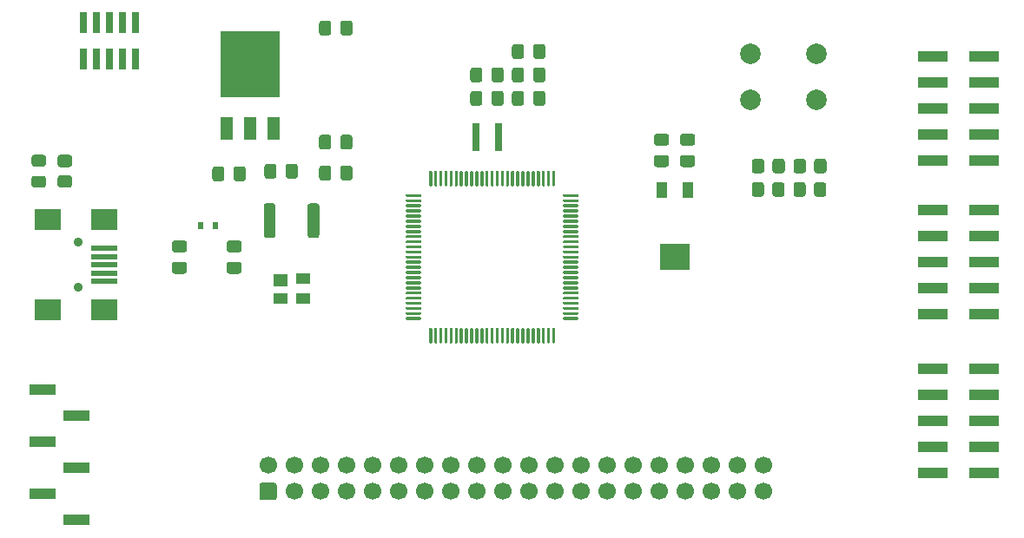
<source format=gts>
%TF.GenerationSoftware,KiCad,Pcbnew,5.1.8*%
%TF.CreationDate,2020-11-25T01:05:46-06:00*%
%TF.ProjectId,e54-GFX-Development-Board,6535342d-4746-4582-9d44-6576656c6f70,rev?*%
%TF.SameCoordinates,Original*%
%TF.FileFunction,Soldermask,Top*%
%TF.FilePolarity,Negative*%
%FSLAX46Y46*%
G04 Gerber Fmt 4.6, Leading zero omitted, Abs format (unit mm)*
G04 Created by KiCad (PCBNEW 5.1.8) date 2020-11-25 01:05:46*
%MOMM*%
%LPD*%
G01*
G04 APERTURE LIST*
%ADD10R,2.510000X1.000000*%
%ADD11R,3.000000X1.000000*%
%ADD12R,3.000000X2.500000*%
%ADD13R,1.000000X1.600000*%
%ADD14R,5.800000X6.400000*%
%ADD15R,1.200000X2.200000*%
%ADD16C,2.000000*%
%ADD17R,0.800000X2.700000*%
%ADD18C,1.700000*%
%ADD19R,0.760000X2.050000*%
%ADD20C,0.900000*%
%ADD21R,2.500000X0.500000*%
%ADD22R,2.500000X2.000000*%
%ADD23R,0.600000X0.800000*%
%ADD24R,1.400000X1.000000*%
%ADD25R,1.400000X1.200000*%
G04 APERTURE END LIST*
D10*
%TO.C,J2*%
X97405000Y-108458000D03*
X97405000Y-113538000D03*
X97405000Y-118618000D03*
X100715000Y-110998000D03*
X100715000Y-116078000D03*
X100715000Y-121158000D03*
%TD*%
D11*
%TO.C,J8*%
X184170000Y-86106000D03*
X189210000Y-86106000D03*
X184170000Y-83566000D03*
X189210000Y-83566000D03*
X184170000Y-81026000D03*
X189210000Y-81026000D03*
X184170000Y-78486000D03*
X189210000Y-78486000D03*
X184170000Y-75946000D03*
X189210000Y-75946000D03*
%TD*%
%TO.C,J7*%
X184170000Y-101092000D03*
X189210000Y-101092000D03*
X184170000Y-98552000D03*
X189210000Y-98552000D03*
X184170000Y-96012000D03*
X189210000Y-96012000D03*
X184170000Y-93472000D03*
X189210000Y-93472000D03*
X184170000Y-90932000D03*
X189210000Y-90932000D03*
%TD*%
%TO.C,J6*%
X184170000Y-116586000D03*
X189210000Y-116586000D03*
X184170000Y-114046000D03*
X189210000Y-114046000D03*
X184170000Y-111506000D03*
X189210000Y-111506000D03*
X184170000Y-108966000D03*
X189210000Y-108966000D03*
X184170000Y-106426000D03*
X189210000Y-106426000D03*
%TD*%
D12*
%TO.C,Y2*%
X159004000Y-95506000D03*
D13*
X160274000Y-88956000D03*
X157734000Y-88956000D03*
%TD*%
%TO.C,U2*%
G36*
G01*
X135074000Y-88504000D02*
X135074000Y-87179000D01*
G75*
G02*
X135149000Y-87104000I75000J0D01*
G01*
X135299000Y-87104000D01*
G75*
G02*
X135374000Y-87179000I0J-75000D01*
G01*
X135374000Y-88504000D01*
G75*
G02*
X135299000Y-88579000I-75000J0D01*
G01*
X135149000Y-88579000D01*
G75*
G02*
X135074000Y-88504000I0J75000D01*
G01*
G37*
G36*
G01*
X135574000Y-88504000D02*
X135574000Y-87179000D01*
G75*
G02*
X135649000Y-87104000I75000J0D01*
G01*
X135799000Y-87104000D01*
G75*
G02*
X135874000Y-87179000I0J-75000D01*
G01*
X135874000Y-88504000D01*
G75*
G02*
X135799000Y-88579000I-75000J0D01*
G01*
X135649000Y-88579000D01*
G75*
G02*
X135574000Y-88504000I0J75000D01*
G01*
G37*
G36*
G01*
X136074000Y-88504000D02*
X136074000Y-87179000D01*
G75*
G02*
X136149000Y-87104000I75000J0D01*
G01*
X136299000Y-87104000D01*
G75*
G02*
X136374000Y-87179000I0J-75000D01*
G01*
X136374000Y-88504000D01*
G75*
G02*
X136299000Y-88579000I-75000J0D01*
G01*
X136149000Y-88579000D01*
G75*
G02*
X136074000Y-88504000I0J75000D01*
G01*
G37*
G36*
G01*
X136574000Y-88504000D02*
X136574000Y-87179000D01*
G75*
G02*
X136649000Y-87104000I75000J0D01*
G01*
X136799000Y-87104000D01*
G75*
G02*
X136874000Y-87179000I0J-75000D01*
G01*
X136874000Y-88504000D01*
G75*
G02*
X136799000Y-88579000I-75000J0D01*
G01*
X136649000Y-88579000D01*
G75*
G02*
X136574000Y-88504000I0J75000D01*
G01*
G37*
G36*
G01*
X137074000Y-88504000D02*
X137074000Y-87179000D01*
G75*
G02*
X137149000Y-87104000I75000J0D01*
G01*
X137299000Y-87104000D01*
G75*
G02*
X137374000Y-87179000I0J-75000D01*
G01*
X137374000Y-88504000D01*
G75*
G02*
X137299000Y-88579000I-75000J0D01*
G01*
X137149000Y-88579000D01*
G75*
G02*
X137074000Y-88504000I0J75000D01*
G01*
G37*
G36*
G01*
X137574000Y-88504000D02*
X137574000Y-87179000D01*
G75*
G02*
X137649000Y-87104000I75000J0D01*
G01*
X137799000Y-87104000D01*
G75*
G02*
X137874000Y-87179000I0J-75000D01*
G01*
X137874000Y-88504000D01*
G75*
G02*
X137799000Y-88579000I-75000J0D01*
G01*
X137649000Y-88579000D01*
G75*
G02*
X137574000Y-88504000I0J75000D01*
G01*
G37*
G36*
G01*
X138074000Y-88504000D02*
X138074000Y-87179000D01*
G75*
G02*
X138149000Y-87104000I75000J0D01*
G01*
X138299000Y-87104000D01*
G75*
G02*
X138374000Y-87179000I0J-75000D01*
G01*
X138374000Y-88504000D01*
G75*
G02*
X138299000Y-88579000I-75000J0D01*
G01*
X138149000Y-88579000D01*
G75*
G02*
X138074000Y-88504000I0J75000D01*
G01*
G37*
G36*
G01*
X138574000Y-88504000D02*
X138574000Y-87179000D01*
G75*
G02*
X138649000Y-87104000I75000J0D01*
G01*
X138799000Y-87104000D01*
G75*
G02*
X138874000Y-87179000I0J-75000D01*
G01*
X138874000Y-88504000D01*
G75*
G02*
X138799000Y-88579000I-75000J0D01*
G01*
X138649000Y-88579000D01*
G75*
G02*
X138574000Y-88504000I0J75000D01*
G01*
G37*
G36*
G01*
X139074000Y-88504000D02*
X139074000Y-87179000D01*
G75*
G02*
X139149000Y-87104000I75000J0D01*
G01*
X139299000Y-87104000D01*
G75*
G02*
X139374000Y-87179000I0J-75000D01*
G01*
X139374000Y-88504000D01*
G75*
G02*
X139299000Y-88579000I-75000J0D01*
G01*
X139149000Y-88579000D01*
G75*
G02*
X139074000Y-88504000I0J75000D01*
G01*
G37*
G36*
G01*
X139574000Y-88504000D02*
X139574000Y-87179000D01*
G75*
G02*
X139649000Y-87104000I75000J0D01*
G01*
X139799000Y-87104000D01*
G75*
G02*
X139874000Y-87179000I0J-75000D01*
G01*
X139874000Y-88504000D01*
G75*
G02*
X139799000Y-88579000I-75000J0D01*
G01*
X139649000Y-88579000D01*
G75*
G02*
X139574000Y-88504000I0J75000D01*
G01*
G37*
G36*
G01*
X140074000Y-88504000D02*
X140074000Y-87179000D01*
G75*
G02*
X140149000Y-87104000I75000J0D01*
G01*
X140299000Y-87104000D01*
G75*
G02*
X140374000Y-87179000I0J-75000D01*
G01*
X140374000Y-88504000D01*
G75*
G02*
X140299000Y-88579000I-75000J0D01*
G01*
X140149000Y-88579000D01*
G75*
G02*
X140074000Y-88504000I0J75000D01*
G01*
G37*
G36*
G01*
X140574000Y-88504000D02*
X140574000Y-87179000D01*
G75*
G02*
X140649000Y-87104000I75000J0D01*
G01*
X140799000Y-87104000D01*
G75*
G02*
X140874000Y-87179000I0J-75000D01*
G01*
X140874000Y-88504000D01*
G75*
G02*
X140799000Y-88579000I-75000J0D01*
G01*
X140649000Y-88579000D01*
G75*
G02*
X140574000Y-88504000I0J75000D01*
G01*
G37*
G36*
G01*
X141074000Y-88504000D02*
X141074000Y-87179000D01*
G75*
G02*
X141149000Y-87104000I75000J0D01*
G01*
X141299000Y-87104000D01*
G75*
G02*
X141374000Y-87179000I0J-75000D01*
G01*
X141374000Y-88504000D01*
G75*
G02*
X141299000Y-88579000I-75000J0D01*
G01*
X141149000Y-88579000D01*
G75*
G02*
X141074000Y-88504000I0J75000D01*
G01*
G37*
G36*
G01*
X141574000Y-88504000D02*
X141574000Y-87179000D01*
G75*
G02*
X141649000Y-87104000I75000J0D01*
G01*
X141799000Y-87104000D01*
G75*
G02*
X141874000Y-87179000I0J-75000D01*
G01*
X141874000Y-88504000D01*
G75*
G02*
X141799000Y-88579000I-75000J0D01*
G01*
X141649000Y-88579000D01*
G75*
G02*
X141574000Y-88504000I0J75000D01*
G01*
G37*
G36*
G01*
X142074000Y-88504000D02*
X142074000Y-87179000D01*
G75*
G02*
X142149000Y-87104000I75000J0D01*
G01*
X142299000Y-87104000D01*
G75*
G02*
X142374000Y-87179000I0J-75000D01*
G01*
X142374000Y-88504000D01*
G75*
G02*
X142299000Y-88579000I-75000J0D01*
G01*
X142149000Y-88579000D01*
G75*
G02*
X142074000Y-88504000I0J75000D01*
G01*
G37*
G36*
G01*
X142574000Y-88504000D02*
X142574000Y-87179000D01*
G75*
G02*
X142649000Y-87104000I75000J0D01*
G01*
X142799000Y-87104000D01*
G75*
G02*
X142874000Y-87179000I0J-75000D01*
G01*
X142874000Y-88504000D01*
G75*
G02*
X142799000Y-88579000I-75000J0D01*
G01*
X142649000Y-88579000D01*
G75*
G02*
X142574000Y-88504000I0J75000D01*
G01*
G37*
G36*
G01*
X143074000Y-88504000D02*
X143074000Y-87179000D01*
G75*
G02*
X143149000Y-87104000I75000J0D01*
G01*
X143299000Y-87104000D01*
G75*
G02*
X143374000Y-87179000I0J-75000D01*
G01*
X143374000Y-88504000D01*
G75*
G02*
X143299000Y-88579000I-75000J0D01*
G01*
X143149000Y-88579000D01*
G75*
G02*
X143074000Y-88504000I0J75000D01*
G01*
G37*
G36*
G01*
X143574000Y-88504000D02*
X143574000Y-87179000D01*
G75*
G02*
X143649000Y-87104000I75000J0D01*
G01*
X143799000Y-87104000D01*
G75*
G02*
X143874000Y-87179000I0J-75000D01*
G01*
X143874000Y-88504000D01*
G75*
G02*
X143799000Y-88579000I-75000J0D01*
G01*
X143649000Y-88579000D01*
G75*
G02*
X143574000Y-88504000I0J75000D01*
G01*
G37*
G36*
G01*
X144074000Y-88504000D02*
X144074000Y-87179000D01*
G75*
G02*
X144149000Y-87104000I75000J0D01*
G01*
X144299000Y-87104000D01*
G75*
G02*
X144374000Y-87179000I0J-75000D01*
G01*
X144374000Y-88504000D01*
G75*
G02*
X144299000Y-88579000I-75000J0D01*
G01*
X144149000Y-88579000D01*
G75*
G02*
X144074000Y-88504000I0J75000D01*
G01*
G37*
G36*
G01*
X144574000Y-88504000D02*
X144574000Y-87179000D01*
G75*
G02*
X144649000Y-87104000I75000J0D01*
G01*
X144799000Y-87104000D01*
G75*
G02*
X144874000Y-87179000I0J-75000D01*
G01*
X144874000Y-88504000D01*
G75*
G02*
X144799000Y-88579000I-75000J0D01*
G01*
X144649000Y-88579000D01*
G75*
G02*
X144574000Y-88504000I0J75000D01*
G01*
G37*
G36*
G01*
X145074000Y-88504000D02*
X145074000Y-87179000D01*
G75*
G02*
X145149000Y-87104000I75000J0D01*
G01*
X145299000Y-87104000D01*
G75*
G02*
X145374000Y-87179000I0J-75000D01*
G01*
X145374000Y-88504000D01*
G75*
G02*
X145299000Y-88579000I-75000J0D01*
G01*
X145149000Y-88579000D01*
G75*
G02*
X145074000Y-88504000I0J75000D01*
G01*
G37*
G36*
G01*
X145574000Y-88504000D02*
X145574000Y-87179000D01*
G75*
G02*
X145649000Y-87104000I75000J0D01*
G01*
X145799000Y-87104000D01*
G75*
G02*
X145874000Y-87179000I0J-75000D01*
G01*
X145874000Y-88504000D01*
G75*
G02*
X145799000Y-88579000I-75000J0D01*
G01*
X145649000Y-88579000D01*
G75*
G02*
X145574000Y-88504000I0J75000D01*
G01*
G37*
G36*
G01*
X146074000Y-88504000D02*
X146074000Y-87179000D01*
G75*
G02*
X146149000Y-87104000I75000J0D01*
G01*
X146299000Y-87104000D01*
G75*
G02*
X146374000Y-87179000I0J-75000D01*
G01*
X146374000Y-88504000D01*
G75*
G02*
X146299000Y-88579000I-75000J0D01*
G01*
X146149000Y-88579000D01*
G75*
G02*
X146074000Y-88504000I0J75000D01*
G01*
G37*
G36*
G01*
X146574000Y-88504000D02*
X146574000Y-87179000D01*
G75*
G02*
X146649000Y-87104000I75000J0D01*
G01*
X146799000Y-87104000D01*
G75*
G02*
X146874000Y-87179000I0J-75000D01*
G01*
X146874000Y-88504000D01*
G75*
G02*
X146799000Y-88579000I-75000J0D01*
G01*
X146649000Y-88579000D01*
G75*
G02*
X146574000Y-88504000I0J75000D01*
G01*
G37*
G36*
G01*
X147074000Y-88504000D02*
X147074000Y-87179000D01*
G75*
G02*
X147149000Y-87104000I75000J0D01*
G01*
X147299000Y-87104000D01*
G75*
G02*
X147374000Y-87179000I0J-75000D01*
G01*
X147374000Y-88504000D01*
G75*
G02*
X147299000Y-88579000I-75000J0D01*
G01*
X147149000Y-88579000D01*
G75*
G02*
X147074000Y-88504000I0J75000D01*
G01*
G37*
G36*
G01*
X148149000Y-89579000D02*
X148149000Y-89429000D01*
G75*
G02*
X148224000Y-89354000I75000J0D01*
G01*
X149549000Y-89354000D01*
G75*
G02*
X149624000Y-89429000I0J-75000D01*
G01*
X149624000Y-89579000D01*
G75*
G02*
X149549000Y-89654000I-75000J0D01*
G01*
X148224000Y-89654000D01*
G75*
G02*
X148149000Y-89579000I0J75000D01*
G01*
G37*
G36*
G01*
X148149000Y-90079000D02*
X148149000Y-89929000D01*
G75*
G02*
X148224000Y-89854000I75000J0D01*
G01*
X149549000Y-89854000D01*
G75*
G02*
X149624000Y-89929000I0J-75000D01*
G01*
X149624000Y-90079000D01*
G75*
G02*
X149549000Y-90154000I-75000J0D01*
G01*
X148224000Y-90154000D01*
G75*
G02*
X148149000Y-90079000I0J75000D01*
G01*
G37*
G36*
G01*
X148149000Y-90579000D02*
X148149000Y-90429000D01*
G75*
G02*
X148224000Y-90354000I75000J0D01*
G01*
X149549000Y-90354000D01*
G75*
G02*
X149624000Y-90429000I0J-75000D01*
G01*
X149624000Y-90579000D01*
G75*
G02*
X149549000Y-90654000I-75000J0D01*
G01*
X148224000Y-90654000D01*
G75*
G02*
X148149000Y-90579000I0J75000D01*
G01*
G37*
G36*
G01*
X148149000Y-91079000D02*
X148149000Y-90929000D01*
G75*
G02*
X148224000Y-90854000I75000J0D01*
G01*
X149549000Y-90854000D01*
G75*
G02*
X149624000Y-90929000I0J-75000D01*
G01*
X149624000Y-91079000D01*
G75*
G02*
X149549000Y-91154000I-75000J0D01*
G01*
X148224000Y-91154000D01*
G75*
G02*
X148149000Y-91079000I0J75000D01*
G01*
G37*
G36*
G01*
X148149000Y-91579000D02*
X148149000Y-91429000D01*
G75*
G02*
X148224000Y-91354000I75000J0D01*
G01*
X149549000Y-91354000D01*
G75*
G02*
X149624000Y-91429000I0J-75000D01*
G01*
X149624000Y-91579000D01*
G75*
G02*
X149549000Y-91654000I-75000J0D01*
G01*
X148224000Y-91654000D01*
G75*
G02*
X148149000Y-91579000I0J75000D01*
G01*
G37*
G36*
G01*
X148149000Y-92079000D02*
X148149000Y-91929000D01*
G75*
G02*
X148224000Y-91854000I75000J0D01*
G01*
X149549000Y-91854000D01*
G75*
G02*
X149624000Y-91929000I0J-75000D01*
G01*
X149624000Y-92079000D01*
G75*
G02*
X149549000Y-92154000I-75000J0D01*
G01*
X148224000Y-92154000D01*
G75*
G02*
X148149000Y-92079000I0J75000D01*
G01*
G37*
G36*
G01*
X148149000Y-92579000D02*
X148149000Y-92429000D01*
G75*
G02*
X148224000Y-92354000I75000J0D01*
G01*
X149549000Y-92354000D01*
G75*
G02*
X149624000Y-92429000I0J-75000D01*
G01*
X149624000Y-92579000D01*
G75*
G02*
X149549000Y-92654000I-75000J0D01*
G01*
X148224000Y-92654000D01*
G75*
G02*
X148149000Y-92579000I0J75000D01*
G01*
G37*
G36*
G01*
X148149000Y-93079000D02*
X148149000Y-92929000D01*
G75*
G02*
X148224000Y-92854000I75000J0D01*
G01*
X149549000Y-92854000D01*
G75*
G02*
X149624000Y-92929000I0J-75000D01*
G01*
X149624000Y-93079000D01*
G75*
G02*
X149549000Y-93154000I-75000J0D01*
G01*
X148224000Y-93154000D01*
G75*
G02*
X148149000Y-93079000I0J75000D01*
G01*
G37*
G36*
G01*
X148149000Y-93579000D02*
X148149000Y-93429000D01*
G75*
G02*
X148224000Y-93354000I75000J0D01*
G01*
X149549000Y-93354000D01*
G75*
G02*
X149624000Y-93429000I0J-75000D01*
G01*
X149624000Y-93579000D01*
G75*
G02*
X149549000Y-93654000I-75000J0D01*
G01*
X148224000Y-93654000D01*
G75*
G02*
X148149000Y-93579000I0J75000D01*
G01*
G37*
G36*
G01*
X148149000Y-94079000D02*
X148149000Y-93929000D01*
G75*
G02*
X148224000Y-93854000I75000J0D01*
G01*
X149549000Y-93854000D01*
G75*
G02*
X149624000Y-93929000I0J-75000D01*
G01*
X149624000Y-94079000D01*
G75*
G02*
X149549000Y-94154000I-75000J0D01*
G01*
X148224000Y-94154000D01*
G75*
G02*
X148149000Y-94079000I0J75000D01*
G01*
G37*
G36*
G01*
X148149000Y-94579000D02*
X148149000Y-94429000D01*
G75*
G02*
X148224000Y-94354000I75000J0D01*
G01*
X149549000Y-94354000D01*
G75*
G02*
X149624000Y-94429000I0J-75000D01*
G01*
X149624000Y-94579000D01*
G75*
G02*
X149549000Y-94654000I-75000J0D01*
G01*
X148224000Y-94654000D01*
G75*
G02*
X148149000Y-94579000I0J75000D01*
G01*
G37*
G36*
G01*
X148149000Y-95079000D02*
X148149000Y-94929000D01*
G75*
G02*
X148224000Y-94854000I75000J0D01*
G01*
X149549000Y-94854000D01*
G75*
G02*
X149624000Y-94929000I0J-75000D01*
G01*
X149624000Y-95079000D01*
G75*
G02*
X149549000Y-95154000I-75000J0D01*
G01*
X148224000Y-95154000D01*
G75*
G02*
X148149000Y-95079000I0J75000D01*
G01*
G37*
G36*
G01*
X148149000Y-95579000D02*
X148149000Y-95429000D01*
G75*
G02*
X148224000Y-95354000I75000J0D01*
G01*
X149549000Y-95354000D01*
G75*
G02*
X149624000Y-95429000I0J-75000D01*
G01*
X149624000Y-95579000D01*
G75*
G02*
X149549000Y-95654000I-75000J0D01*
G01*
X148224000Y-95654000D01*
G75*
G02*
X148149000Y-95579000I0J75000D01*
G01*
G37*
G36*
G01*
X148149000Y-96079000D02*
X148149000Y-95929000D01*
G75*
G02*
X148224000Y-95854000I75000J0D01*
G01*
X149549000Y-95854000D01*
G75*
G02*
X149624000Y-95929000I0J-75000D01*
G01*
X149624000Y-96079000D01*
G75*
G02*
X149549000Y-96154000I-75000J0D01*
G01*
X148224000Y-96154000D01*
G75*
G02*
X148149000Y-96079000I0J75000D01*
G01*
G37*
G36*
G01*
X148149000Y-96579000D02*
X148149000Y-96429000D01*
G75*
G02*
X148224000Y-96354000I75000J0D01*
G01*
X149549000Y-96354000D01*
G75*
G02*
X149624000Y-96429000I0J-75000D01*
G01*
X149624000Y-96579000D01*
G75*
G02*
X149549000Y-96654000I-75000J0D01*
G01*
X148224000Y-96654000D01*
G75*
G02*
X148149000Y-96579000I0J75000D01*
G01*
G37*
G36*
G01*
X148149000Y-97079000D02*
X148149000Y-96929000D01*
G75*
G02*
X148224000Y-96854000I75000J0D01*
G01*
X149549000Y-96854000D01*
G75*
G02*
X149624000Y-96929000I0J-75000D01*
G01*
X149624000Y-97079000D01*
G75*
G02*
X149549000Y-97154000I-75000J0D01*
G01*
X148224000Y-97154000D01*
G75*
G02*
X148149000Y-97079000I0J75000D01*
G01*
G37*
G36*
G01*
X148149000Y-97579000D02*
X148149000Y-97429000D01*
G75*
G02*
X148224000Y-97354000I75000J0D01*
G01*
X149549000Y-97354000D01*
G75*
G02*
X149624000Y-97429000I0J-75000D01*
G01*
X149624000Y-97579000D01*
G75*
G02*
X149549000Y-97654000I-75000J0D01*
G01*
X148224000Y-97654000D01*
G75*
G02*
X148149000Y-97579000I0J75000D01*
G01*
G37*
G36*
G01*
X148149000Y-98079000D02*
X148149000Y-97929000D01*
G75*
G02*
X148224000Y-97854000I75000J0D01*
G01*
X149549000Y-97854000D01*
G75*
G02*
X149624000Y-97929000I0J-75000D01*
G01*
X149624000Y-98079000D01*
G75*
G02*
X149549000Y-98154000I-75000J0D01*
G01*
X148224000Y-98154000D01*
G75*
G02*
X148149000Y-98079000I0J75000D01*
G01*
G37*
G36*
G01*
X148149000Y-98579000D02*
X148149000Y-98429000D01*
G75*
G02*
X148224000Y-98354000I75000J0D01*
G01*
X149549000Y-98354000D01*
G75*
G02*
X149624000Y-98429000I0J-75000D01*
G01*
X149624000Y-98579000D01*
G75*
G02*
X149549000Y-98654000I-75000J0D01*
G01*
X148224000Y-98654000D01*
G75*
G02*
X148149000Y-98579000I0J75000D01*
G01*
G37*
G36*
G01*
X148149000Y-99079000D02*
X148149000Y-98929000D01*
G75*
G02*
X148224000Y-98854000I75000J0D01*
G01*
X149549000Y-98854000D01*
G75*
G02*
X149624000Y-98929000I0J-75000D01*
G01*
X149624000Y-99079000D01*
G75*
G02*
X149549000Y-99154000I-75000J0D01*
G01*
X148224000Y-99154000D01*
G75*
G02*
X148149000Y-99079000I0J75000D01*
G01*
G37*
G36*
G01*
X148149000Y-99579000D02*
X148149000Y-99429000D01*
G75*
G02*
X148224000Y-99354000I75000J0D01*
G01*
X149549000Y-99354000D01*
G75*
G02*
X149624000Y-99429000I0J-75000D01*
G01*
X149624000Y-99579000D01*
G75*
G02*
X149549000Y-99654000I-75000J0D01*
G01*
X148224000Y-99654000D01*
G75*
G02*
X148149000Y-99579000I0J75000D01*
G01*
G37*
G36*
G01*
X148149000Y-100079000D02*
X148149000Y-99929000D01*
G75*
G02*
X148224000Y-99854000I75000J0D01*
G01*
X149549000Y-99854000D01*
G75*
G02*
X149624000Y-99929000I0J-75000D01*
G01*
X149624000Y-100079000D01*
G75*
G02*
X149549000Y-100154000I-75000J0D01*
G01*
X148224000Y-100154000D01*
G75*
G02*
X148149000Y-100079000I0J75000D01*
G01*
G37*
G36*
G01*
X148149000Y-100579000D02*
X148149000Y-100429000D01*
G75*
G02*
X148224000Y-100354000I75000J0D01*
G01*
X149549000Y-100354000D01*
G75*
G02*
X149624000Y-100429000I0J-75000D01*
G01*
X149624000Y-100579000D01*
G75*
G02*
X149549000Y-100654000I-75000J0D01*
G01*
X148224000Y-100654000D01*
G75*
G02*
X148149000Y-100579000I0J75000D01*
G01*
G37*
G36*
G01*
X148149000Y-101079000D02*
X148149000Y-100929000D01*
G75*
G02*
X148224000Y-100854000I75000J0D01*
G01*
X149549000Y-100854000D01*
G75*
G02*
X149624000Y-100929000I0J-75000D01*
G01*
X149624000Y-101079000D01*
G75*
G02*
X149549000Y-101154000I-75000J0D01*
G01*
X148224000Y-101154000D01*
G75*
G02*
X148149000Y-101079000I0J75000D01*
G01*
G37*
G36*
G01*
X148149000Y-101579000D02*
X148149000Y-101429000D01*
G75*
G02*
X148224000Y-101354000I75000J0D01*
G01*
X149549000Y-101354000D01*
G75*
G02*
X149624000Y-101429000I0J-75000D01*
G01*
X149624000Y-101579000D01*
G75*
G02*
X149549000Y-101654000I-75000J0D01*
G01*
X148224000Y-101654000D01*
G75*
G02*
X148149000Y-101579000I0J75000D01*
G01*
G37*
G36*
G01*
X147074000Y-103829000D02*
X147074000Y-102504000D01*
G75*
G02*
X147149000Y-102429000I75000J0D01*
G01*
X147299000Y-102429000D01*
G75*
G02*
X147374000Y-102504000I0J-75000D01*
G01*
X147374000Y-103829000D01*
G75*
G02*
X147299000Y-103904000I-75000J0D01*
G01*
X147149000Y-103904000D01*
G75*
G02*
X147074000Y-103829000I0J75000D01*
G01*
G37*
G36*
G01*
X146574000Y-103829000D02*
X146574000Y-102504000D01*
G75*
G02*
X146649000Y-102429000I75000J0D01*
G01*
X146799000Y-102429000D01*
G75*
G02*
X146874000Y-102504000I0J-75000D01*
G01*
X146874000Y-103829000D01*
G75*
G02*
X146799000Y-103904000I-75000J0D01*
G01*
X146649000Y-103904000D01*
G75*
G02*
X146574000Y-103829000I0J75000D01*
G01*
G37*
G36*
G01*
X146074000Y-103829000D02*
X146074000Y-102504000D01*
G75*
G02*
X146149000Y-102429000I75000J0D01*
G01*
X146299000Y-102429000D01*
G75*
G02*
X146374000Y-102504000I0J-75000D01*
G01*
X146374000Y-103829000D01*
G75*
G02*
X146299000Y-103904000I-75000J0D01*
G01*
X146149000Y-103904000D01*
G75*
G02*
X146074000Y-103829000I0J75000D01*
G01*
G37*
G36*
G01*
X145574000Y-103829000D02*
X145574000Y-102504000D01*
G75*
G02*
X145649000Y-102429000I75000J0D01*
G01*
X145799000Y-102429000D01*
G75*
G02*
X145874000Y-102504000I0J-75000D01*
G01*
X145874000Y-103829000D01*
G75*
G02*
X145799000Y-103904000I-75000J0D01*
G01*
X145649000Y-103904000D01*
G75*
G02*
X145574000Y-103829000I0J75000D01*
G01*
G37*
G36*
G01*
X145074000Y-103829000D02*
X145074000Y-102504000D01*
G75*
G02*
X145149000Y-102429000I75000J0D01*
G01*
X145299000Y-102429000D01*
G75*
G02*
X145374000Y-102504000I0J-75000D01*
G01*
X145374000Y-103829000D01*
G75*
G02*
X145299000Y-103904000I-75000J0D01*
G01*
X145149000Y-103904000D01*
G75*
G02*
X145074000Y-103829000I0J75000D01*
G01*
G37*
G36*
G01*
X144574000Y-103829000D02*
X144574000Y-102504000D01*
G75*
G02*
X144649000Y-102429000I75000J0D01*
G01*
X144799000Y-102429000D01*
G75*
G02*
X144874000Y-102504000I0J-75000D01*
G01*
X144874000Y-103829000D01*
G75*
G02*
X144799000Y-103904000I-75000J0D01*
G01*
X144649000Y-103904000D01*
G75*
G02*
X144574000Y-103829000I0J75000D01*
G01*
G37*
G36*
G01*
X144074000Y-103829000D02*
X144074000Y-102504000D01*
G75*
G02*
X144149000Y-102429000I75000J0D01*
G01*
X144299000Y-102429000D01*
G75*
G02*
X144374000Y-102504000I0J-75000D01*
G01*
X144374000Y-103829000D01*
G75*
G02*
X144299000Y-103904000I-75000J0D01*
G01*
X144149000Y-103904000D01*
G75*
G02*
X144074000Y-103829000I0J75000D01*
G01*
G37*
G36*
G01*
X143574000Y-103829000D02*
X143574000Y-102504000D01*
G75*
G02*
X143649000Y-102429000I75000J0D01*
G01*
X143799000Y-102429000D01*
G75*
G02*
X143874000Y-102504000I0J-75000D01*
G01*
X143874000Y-103829000D01*
G75*
G02*
X143799000Y-103904000I-75000J0D01*
G01*
X143649000Y-103904000D01*
G75*
G02*
X143574000Y-103829000I0J75000D01*
G01*
G37*
G36*
G01*
X143074000Y-103829000D02*
X143074000Y-102504000D01*
G75*
G02*
X143149000Y-102429000I75000J0D01*
G01*
X143299000Y-102429000D01*
G75*
G02*
X143374000Y-102504000I0J-75000D01*
G01*
X143374000Y-103829000D01*
G75*
G02*
X143299000Y-103904000I-75000J0D01*
G01*
X143149000Y-103904000D01*
G75*
G02*
X143074000Y-103829000I0J75000D01*
G01*
G37*
G36*
G01*
X142574000Y-103829000D02*
X142574000Y-102504000D01*
G75*
G02*
X142649000Y-102429000I75000J0D01*
G01*
X142799000Y-102429000D01*
G75*
G02*
X142874000Y-102504000I0J-75000D01*
G01*
X142874000Y-103829000D01*
G75*
G02*
X142799000Y-103904000I-75000J0D01*
G01*
X142649000Y-103904000D01*
G75*
G02*
X142574000Y-103829000I0J75000D01*
G01*
G37*
G36*
G01*
X142074000Y-103829000D02*
X142074000Y-102504000D01*
G75*
G02*
X142149000Y-102429000I75000J0D01*
G01*
X142299000Y-102429000D01*
G75*
G02*
X142374000Y-102504000I0J-75000D01*
G01*
X142374000Y-103829000D01*
G75*
G02*
X142299000Y-103904000I-75000J0D01*
G01*
X142149000Y-103904000D01*
G75*
G02*
X142074000Y-103829000I0J75000D01*
G01*
G37*
G36*
G01*
X141574000Y-103829000D02*
X141574000Y-102504000D01*
G75*
G02*
X141649000Y-102429000I75000J0D01*
G01*
X141799000Y-102429000D01*
G75*
G02*
X141874000Y-102504000I0J-75000D01*
G01*
X141874000Y-103829000D01*
G75*
G02*
X141799000Y-103904000I-75000J0D01*
G01*
X141649000Y-103904000D01*
G75*
G02*
X141574000Y-103829000I0J75000D01*
G01*
G37*
G36*
G01*
X141074000Y-103829000D02*
X141074000Y-102504000D01*
G75*
G02*
X141149000Y-102429000I75000J0D01*
G01*
X141299000Y-102429000D01*
G75*
G02*
X141374000Y-102504000I0J-75000D01*
G01*
X141374000Y-103829000D01*
G75*
G02*
X141299000Y-103904000I-75000J0D01*
G01*
X141149000Y-103904000D01*
G75*
G02*
X141074000Y-103829000I0J75000D01*
G01*
G37*
G36*
G01*
X140574000Y-103829000D02*
X140574000Y-102504000D01*
G75*
G02*
X140649000Y-102429000I75000J0D01*
G01*
X140799000Y-102429000D01*
G75*
G02*
X140874000Y-102504000I0J-75000D01*
G01*
X140874000Y-103829000D01*
G75*
G02*
X140799000Y-103904000I-75000J0D01*
G01*
X140649000Y-103904000D01*
G75*
G02*
X140574000Y-103829000I0J75000D01*
G01*
G37*
G36*
G01*
X140074000Y-103829000D02*
X140074000Y-102504000D01*
G75*
G02*
X140149000Y-102429000I75000J0D01*
G01*
X140299000Y-102429000D01*
G75*
G02*
X140374000Y-102504000I0J-75000D01*
G01*
X140374000Y-103829000D01*
G75*
G02*
X140299000Y-103904000I-75000J0D01*
G01*
X140149000Y-103904000D01*
G75*
G02*
X140074000Y-103829000I0J75000D01*
G01*
G37*
G36*
G01*
X139574000Y-103829000D02*
X139574000Y-102504000D01*
G75*
G02*
X139649000Y-102429000I75000J0D01*
G01*
X139799000Y-102429000D01*
G75*
G02*
X139874000Y-102504000I0J-75000D01*
G01*
X139874000Y-103829000D01*
G75*
G02*
X139799000Y-103904000I-75000J0D01*
G01*
X139649000Y-103904000D01*
G75*
G02*
X139574000Y-103829000I0J75000D01*
G01*
G37*
G36*
G01*
X139074000Y-103829000D02*
X139074000Y-102504000D01*
G75*
G02*
X139149000Y-102429000I75000J0D01*
G01*
X139299000Y-102429000D01*
G75*
G02*
X139374000Y-102504000I0J-75000D01*
G01*
X139374000Y-103829000D01*
G75*
G02*
X139299000Y-103904000I-75000J0D01*
G01*
X139149000Y-103904000D01*
G75*
G02*
X139074000Y-103829000I0J75000D01*
G01*
G37*
G36*
G01*
X138574000Y-103829000D02*
X138574000Y-102504000D01*
G75*
G02*
X138649000Y-102429000I75000J0D01*
G01*
X138799000Y-102429000D01*
G75*
G02*
X138874000Y-102504000I0J-75000D01*
G01*
X138874000Y-103829000D01*
G75*
G02*
X138799000Y-103904000I-75000J0D01*
G01*
X138649000Y-103904000D01*
G75*
G02*
X138574000Y-103829000I0J75000D01*
G01*
G37*
G36*
G01*
X138074000Y-103829000D02*
X138074000Y-102504000D01*
G75*
G02*
X138149000Y-102429000I75000J0D01*
G01*
X138299000Y-102429000D01*
G75*
G02*
X138374000Y-102504000I0J-75000D01*
G01*
X138374000Y-103829000D01*
G75*
G02*
X138299000Y-103904000I-75000J0D01*
G01*
X138149000Y-103904000D01*
G75*
G02*
X138074000Y-103829000I0J75000D01*
G01*
G37*
G36*
G01*
X137574000Y-103829000D02*
X137574000Y-102504000D01*
G75*
G02*
X137649000Y-102429000I75000J0D01*
G01*
X137799000Y-102429000D01*
G75*
G02*
X137874000Y-102504000I0J-75000D01*
G01*
X137874000Y-103829000D01*
G75*
G02*
X137799000Y-103904000I-75000J0D01*
G01*
X137649000Y-103904000D01*
G75*
G02*
X137574000Y-103829000I0J75000D01*
G01*
G37*
G36*
G01*
X137074000Y-103829000D02*
X137074000Y-102504000D01*
G75*
G02*
X137149000Y-102429000I75000J0D01*
G01*
X137299000Y-102429000D01*
G75*
G02*
X137374000Y-102504000I0J-75000D01*
G01*
X137374000Y-103829000D01*
G75*
G02*
X137299000Y-103904000I-75000J0D01*
G01*
X137149000Y-103904000D01*
G75*
G02*
X137074000Y-103829000I0J75000D01*
G01*
G37*
G36*
G01*
X136574000Y-103829000D02*
X136574000Y-102504000D01*
G75*
G02*
X136649000Y-102429000I75000J0D01*
G01*
X136799000Y-102429000D01*
G75*
G02*
X136874000Y-102504000I0J-75000D01*
G01*
X136874000Y-103829000D01*
G75*
G02*
X136799000Y-103904000I-75000J0D01*
G01*
X136649000Y-103904000D01*
G75*
G02*
X136574000Y-103829000I0J75000D01*
G01*
G37*
G36*
G01*
X136074000Y-103829000D02*
X136074000Y-102504000D01*
G75*
G02*
X136149000Y-102429000I75000J0D01*
G01*
X136299000Y-102429000D01*
G75*
G02*
X136374000Y-102504000I0J-75000D01*
G01*
X136374000Y-103829000D01*
G75*
G02*
X136299000Y-103904000I-75000J0D01*
G01*
X136149000Y-103904000D01*
G75*
G02*
X136074000Y-103829000I0J75000D01*
G01*
G37*
G36*
G01*
X135574000Y-103829000D02*
X135574000Y-102504000D01*
G75*
G02*
X135649000Y-102429000I75000J0D01*
G01*
X135799000Y-102429000D01*
G75*
G02*
X135874000Y-102504000I0J-75000D01*
G01*
X135874000Y-103829000D01*
G75*
G02*
X135799000Y-103904000I-75000J0D01*
G01*
X135649000Y-103904000D01*
G75*
G02*
X135574000Y-103829000I0J75000D01*
G01*
G37*
G36*
G01*
X135074000Y-103829000D02*
X135074000Y-102504000D01*
G75*
G02*
X135149000Y-102429000I75000J0D01*
G01*
X135299000Y-102429000D01*
G75*
G02*
X135374000Y-102504000I0J-75000D01*
G01*
X135374000Y-103829000D01*
G75*
G02*
X135299000Y-103904000I-75000J0D01*
G01*
X135149000Y-103904000D01*
G75*
G02*
X135074000Y-103829000I0J75000D01*
G01*
G37*
G36*
G01*
X132824000Y-101579000D02*
X132824000Y-101429000D01*
G75*
G02*
X132899000Y-101354000I75000J0D01*
G01*
X134224000Y-101354000D01*
G75*
G02*
X134299000Y-101429000I0J-75000D01*
G01*
X134299000Y-101579000D01*
G75*
G02*
X134224000Y-101654000I-75000J0D01*
G01*
X132899000Y-101654000D01*
G75*
G02*
X132824000Y-101579000I0J75000D01*
G01*
G37*
G36*
G01*
X132824000Y-101079000D02*
X132824000Y-100929000D01*
G75*
G02*
X132899000Y-100854000I75000J0D01*
G01*
X134224000Y-100854000D01*
G75*
G02*
X134299000Y-100929000I0J-75000D01*
G01*
X134299000Y-101079000D01*
G75*
G02*
X134224000Y-101154000I-75000J0D01*
G01*
X132899000Y-101154000D01*
G75*
G02*
X132824000Y-101079000I0J75000D01*
G01*
G37*
G36*
G01*
X132824000Y-100579000D02*
X132824000Y-100429000D01*
G75*
G02*
X132899000Y-100354000I75000J0D01*
G01*
X134224000Y-100354000D01*
G75*
G02*
X134299000Y-100429000I0J-75000D01*
G01*
X134299000Y-100579000D01*
G75*
G02*
X134224000Y-100654000I-75000J0D01*
G01*
X132899000Y-100654000D01*
G75*
G02*
X132824000Y-100579000I0J75000D01*
G01*
G37*
G36*
G01*
X132824000Y-100079000D02*
X132824000Y-99929000D01*
G75*
G02*
X132899000Y-99854000I75000J0D01*
G01*
X134224000Y-99854000D01*
G75*
G02*
X134299000Y-99929000I0J-75000D01*
G01*
X134299000Y-100079000D01*
G75*
G02*
X134224000Y-100154000I-75000J0D01*
G01*
X132899000Y-100154000D01*
G75*
G02*
X132824000Y-100079000I0J75000D01*
G01*
G37*
G36*
G01*
X132824000Y-99579000D02*
X132824000Y-99429000D01*
G75*
G02*
X132899000Y-99354000I75000J0D01*
G01*
X134224000Y-99354000D01*
G75*
G02*
X134299000Y-99429000I0J-75000D01*
G01*
X134299000Y-99579000D01*
G75*
G02*
X134224000Y-99654000I-75000J0D01*
G01*
X132899000Y-99654000D01*
G75*
G02*
X132824000Y-99579000I0J75000D01*
G01*
G37*
G36*
G01*
X132824000Y-99079000D02*
X132824000Y-98929000D01*
G75*
G02*
X132899000Y-98854000I75000J0D01*
G01*
X134224000Y-98854000D01*
G75*
G02*
X134299000Y-98929000I0J-75000D01*
G01*
X134299000Y-99079000D01*
G75*
G02*
X134224000Y-99154000I-75000J0D01*
G01*
X132899000Y-99154000D01*
G75*
G02*
X132824000Y-99079000I0J75000D01*
G01*
G37*
G36*
G01*
X132824000Y-98579000D02*
X132824000Y-98429000D01*
G75*
G02*
X132899000Y-98354000I75000J0D01*
G01*
X134224000Y-98354000D01*
G75*
G02*
X134299000Y-98429000I0J-75000D01*
G01*
X134299000Y-98579000D01*
G75*
G02*
X134224000Y-98654000I-75000J0D01*
G01*
X132899000Y-98654000D01*
G75*
G02*
X132824000Y-98579000I0J75000D01*
G01*
G37*
G36*
G01*
X132824000Y-98079000D02*
X132824000Y-97929000D01*
G75*
G02*
X132899000Y-97854000I75000J0D01*
G01*
X134224000Y-97854000D01*
G75*
G02*
X134299000Y-97929000I0J-75000D01*
G01*
X134299000Y-98079000D01*
G75*
G02*
X134224000Y-98154000I-75000J0D01*
G01*
X132899000Y-98154000D01*
G75*
G02*
X132824000Y-98079000I0J75000D01*
G01*
G37*
G36*
G01*
X132824000Y-97579000D02*
X132824000Y-97429000D01*
G75*
G02*
X132899000Y-97354000I75000J0D01*
G01*
X134224000Y-97354000D01*
G75*
G02*
X134299000Y-97429000I0J-75000D01*
G01*
X134299000Y-97579000D01*
G75*
G02*
X134224000Y-97654000I-75000J0D01*
G01*
X132899000Y-97654000D01*
G75*
G02*
X132824000Y-97579000I0J75000D01*
G01*
G37*
G36*
G01*
X132824000Y-97079000D02*
X132824000Y-96929000D01*
G75*
G02*
X132899000Y-96854000I75000J0D01*
G01*
X134224000Y-96854000D01*
G75*
G02*
X134299000Y-96929000I0J-75000D01*
G01*
X134299000Y-97079000D01*
G75*
G02*
X134224000Y-97154000I-75000J0D01*
G01*
X132899000Y-97154000D01*
G75*
G02*
X132824000Y-97079000I0J75000D01*
G01*
G37*
G36*
G01*
X132824000Y-96579000D02*
X132824000Y-96429000D01*
G75*
G02*
X132899000Y-96354000I75000J0D01*
G01*
X134224000Y-96354000D01*
G75*
G02*
X134299000Y-96429000I0J-75000D01*
G01*
X134299000Y-96579000D01*
G75*
G02*
X134224000Y-96654000I-75000J0D01*
G01*
X132899000Y-96654000D01*
G75*
G02*
X132824000Y-96579000I0J75000D01*
G01*
G37*
G36*
G01*
X132824000Y-96079000D02*
X132824000Y-95929000D01*
G75*
G02*
X132899000Y-95854000I75000J0D01*
G01*
X134224000Y-95854000D01*
G75*
G02*
X134299000Y-95929000I0J-75000D01*
G01*
X134299000Y-96079000D01*
G75*
G02*
X134224000Y-96154000I-75000J0D01*
G01*
X132899000Y-96154000D01*
G75*
G02*
X132824000Y-96079000I0J75000D01*
G01*
G37*
G36*
G01*
X132824000Y-95579000D02*
X132824000Y-95429000D01*
G75*
G02*
X132899000Y-95354000I75000J0D01*
G01*
X134224000Y-95354000D01*
G75*
G02*
X134299000Y-95429000I0J-75000D01*
G01*
X134299000Y-95579000D01*
G75*
G02*
X134224000Y-95654000I-75000J0D01*
G01*
X132899000Y-95654000D01*
G75*
G02*
X132824000Y-95579000I0J75000D01*
G01*
G37*
G36*
G01*
X132824000Y-95079000D02*
X132824000Y-94929000D01*
G75*
G02*
X132899000Y-94854000I75000J0D01*
G01*
X134224000Y-94854000D01*
G75*
G02*
X134299000Y-94929000I0J-75000D01*
G01*
X134299000Y-95079000D01*
G75*
G02*
X134224000Y-95154000I-75000J0D01*
G01*
X132899000Y-95154000D01*
G75*
G02*
X132824000Y-95079000I0J75000D01*
G01*
G37*
G36*
G01*
X132824000Y-94579000D02*
X132824000Y-94429000D01*
G75*
G02*
X132899000Y-94354000I75000J0D01*
G01*
X134224000Y-94354000D01*
G75*
G02*
X134299000Y-94429000I0J-75000D01*
G01*
X134299000Y-94579000D01*
G75*
G02*
X134224000Y-94654000I-75000J0D01*
G01*
X132899000Y-94654000D01*
G75*
G02*
X132824000Y-94579000I0J75000D01*
G01*
G37*
G36*
G01*
X132824000Y-94079000D02*
X132824000Y-93929000D01*
G75*
G02*
X132899000Y-93854000I75000J0D01*
G01*
X134224000Y-93854000D01*
G75*
G02*
X134299000Y-93929000I0J-75000D01*
G01*
X134299000Y-94079000D01*
G75*
G02*
X134224000Y-94154000I-75000J0D01*
G01*
X132899000Y-94154000D01*
G75*
G02*
X132824000Y-94079000I0J75000D01*
G01*
G37*
G36*
G01*
X132824000Y-93579000D02*
X132824000Y-93429000D01*
G75*
G02*
X132899000Y-93354000I75000J0D01*
G01*
X134224000Y-93354000D01*
G75*
G02*
X134299000Y-93429000I0J-75000D01*
G01*
X134299000Y-93579000D01*
G75*
G02*
X134224000Y-93654000I-75000J0D01*
G01*
X132899000Y-93654000D01*
G75*
G02*
X132824000Y-93579000I0J75000D01*
G01*
G37*
G36*
G01*
X132824000Y-93079000D02*
X132824000Y-92929000D01*
G75*
G02*
X132899000Y-92854000I75000J0D01*
G01*
X134224000Y-92854000D01*
G75*
G02*
X134299000Y-92929000I0J-75000D01*
G01*
X134299000Y-93079000D01*
G75*
G02*
X134224000Y-93154000I-75000J0D01*
G01*
X132899000Y-93154000D01*
G75*
G02*
X132824000Y-93079000I0J75000D01*
G01*
G37*
G36*
G01*
X132824000Y-92579000D02*
X132824000Y-92429000D01*
G75*
G02*
X132899000Y-92354000I75000J0D01*
G01*
X134224000Y-92354000D01*
G75*
G02*
X134299000Y-92429000I0J-75000D01*
G01*
X134299000Y-92579000D01*
G75*
G02*
X134224000Y-92654000I-75000J0D01*
G01*
X132899000Y-92654000D01*
G75*
G02*
X132824000Y-92579000I0J75000D01*
G01*
G37*
G36*
G01*
X132824000Y-92079000D02*
X132824000Y-91929000D01*
G75*
G02*
X132899000Y-91854000I75000J0D01*
G01*
X134224000Y-91854000D01*
G75*
G02*
X134299000Y-91929000I0J-75000D01*
G01*
X134299000Y-92079000D01*
G75*
G02*
X134224000Y-92154000I-75000J0D01*
G01*
X132899000Y-92154000D01*
G75*
G02*
X132824000Y-92079000I0J75000D01*
G01*
G37*
G36*
G01*
X132824000Y-91579000D02*
X132824000Y-91429000D01*
G75*
G02*
X132899000Y-91354000I75000J0D01*
G01*
X134224000Y-91354000D01*
G75*
G02*
X134299000Y-91429000I0J-75000D01*
G01*
X134299000Y-91579000D01*
G75*
G02*
X134224000Y-91654000I-75000J0D01*
G01*
X132899000Y-91654000D01*
G75*
G02*
X132824000Y-91579000I0J75000D01*
G01*
G37*
G36*
G01*
X132824000Y-91079000D02*
X132824000Y-90929000D01*
G75*
G02*
X132899000Y-90854000I75000J0D01*
G01*
X134224000Y-90854000D01*
G75*
G02*
X134299000Y-90929000I0J-75000D01*
G01*
X134299000Y-91079000D01*
G75*
G02*
X134224000Y-91154000I-75000J0D01*
G01*
X132899000Y-91154000D01*
G75*
G02*
X132824000Y-91079000I0J75000D01*
G01*
G37*
G36*
G01*
X132824000Y-90579000D02*
X132824000Y-90429000D01*
G75*
G02*
X132899000Y-90354000I75000J0D01*
G01*
X134224000Y-90354000D01*
G75*
G02*
X134299000Y-90429000I0J-75000D01*
G01*
X134299000Y-90579000D01*
G75*
G02*
X134224000Y-90654000I-75000J0D01*
G01*
X132899000Y-90654000D01*
G75*
G02*
X132824000Y-90579000I0J75000D01*
G01*
G37*
G36*
G01*
X132824000Y-90079000D02*
X132824000Y-89929000D01*
G75*
G02*
X132899000Y-89854000I75000J0D01*
G01*
X134224000Y-89854000D01*
G75*
G02*
X134299000Y-89929000I0J-75000D01*
G01*
X134299000Y-90079000D01*
G75*
G02*
X134224000Y-90154000I-75000J0D01*
G01*
X132899000Y-90154000D01*
G75*
G02*
X132824000Y-90079000I0J75000D01*
G01*
G37*
G36*
G01*
X132824000Y-89579000D02*
X132824000Y-89429000D01*
G75*
G02*
X132899000Y-89354000I75000J0D01*
G01*
X134224000Y-89354000D01*
G75*
G02*
X134299000Y-89429000I0J-75000D01*
G01*
X134299000Y-89579000D01*
G75*
G02*
X134224000Y-89654000I-75000J0D01*
G01*
X132899000Y-89654000D01*
G75*
G02*
X132824000Y-89579000I0J75000D01*
G01*
G37*
%TD*%
D14*
%TO.C,U1*%
X117602000Y-76640000D03*
D15*
X119882000Y-82940000D03*
X117602000Y-82940000D03*
X115322000Y-82940000D03*
%TD*%
D16*
%TO.C,SW1*%
X172870000Y-75692000D03*
X172870000Y-80192000D03*
X166370000Y-75692000D03*
X166370000Y-80192000D03*
%TD*%
%TO.C,R7*%
G36*
G01*
X167748000Y-86163999D02*
X167748000Y-87064001D01*
G75*
G02*
X167498001Y-87314000I-249999J0D01*
G01*
X166797999Y-87314000D01*
G75*
G02*
X166548000Y-87064001I0J249999D01*
G01*
X166548000Y-86163999D01*
G75*
G02*
X166797999Y-85914000I249999J0D01*
G01*
X167498001Y-85914000D01*
G75*
G02*
X167748000Y-86163999I0J-249999D01*
G01*
G37*
G36*
G01*
X169748000Y-86163999D02*
X169748000Y-87064001D01*
G75*
G02*
X169498001Y-87314000I-249999J0D01*
G01*
X168797999Y-87314000D01*
G75*
G02*
X168548000Y-87064001I0J249999D01*
G01*
X168548000Y-86163999D01*
G75*
G02*
X168797999Y-85914000I249999J0D01*
G01*
X169498001Y-85914000D01*
G75*
G02*
X169748000Y-86163999I0J-249999D01*
G01*
G37*
%TD*%
%TO.C,R6*%
G36*
G01*
X99117999Y-87522000D02*
X100018001Y-87522000D01*
G75*
G02*
X100268000Y-87771999I0J-249999D01*
G01*
X100268000Y-88472001D01*
G75*
G02*
X100018001Y-88722000I-249999J0D01*
G01*
X99117999Y-88722000D01*
G75*
G02*
X98868000Y-88472001I0J249999D01*
G01*
X98868000Y-87771999D01*
G75*
G02*
X99117999Y-87522000I249999J0D01*
G01*
G37*
G36*
G01*
X99117999Y-85522000D02*
X100018001Y-85522000D01*
G75*
G02*
X100268000Y-85771999I0J-249999D01*
G01*
X100268000Y-86472001D01*
G75*
G02*
X100018001Y-86722000I-249999J0D01*
G01*
X99117999Y-86722000D01*
G75*
G02*
X98868000Y-86472001I0J249999D01*
G01*
X98868000Y-85771999D01*
G75*
G02*
X99117999Y-85522000I249999J0D01*
G01*
G37*
%TD*%
%TO.C,R5*%
G36*
G01*
X167732000Y-88449999D02*
X167732000Y-89350001D01*
G75*
G02*
X167482001Y-89600000I-249999J0D01*
G01*
X166781999Y-89600000D01*
G75*
G02*
X166532000Y-89350001I0J249999D01*
G01*
X166532000Y-88449999D01*
G75*
G02*
X166781999Y-88200000I249999J0D01*
G01*
X167482001Y-88200000D01*
G75*
G02*
X167732000Y-88449999I0J-249999D01*
G01*
G37*
G36*
G01*
X169732000Y-88449999D02*
X169732000Y-89350001D01*
G75*
G02*
X169482001Y-89600000I-249999J0D01*
G01*
X168781999Y-89600000D01*
G75*
G02*
X168532000Y-89350001I0J249999D01*
G01*
X168532000Y-88449999D01*
G75*
G02*
X168781999Y-88200000I249999J0D01*
G01*
X169482001Y-88200000D01*
G75*
G02*
X169732000Y-88449999I0J-249999D01*
G01*
G37*
%TD*%
%TO.C,R2*%
G36*
G01*
X172612000Y-87064001D02*
X172612000Y-86163999D01*
G75*
G02*
X172861999Y-85914000I249999J0D01*
G01*
X173562001Y-85914000D01*
G75*
G02*
X173812000Y-86163999I0J-249999D01*
G01*
X173812000Y-87064001D01*
G75*
G02*
X173562001Y-87314000I-249999J0D01*
G01*
X172861999Y-87314000D01*
G75*
G02*
X172612000Y-87064001I0J249999D01*
G01*
G37*
G36*
G01*
X170612000Y-87064001D02*
X170612000Y-86163999D01*
G75*
G02*
X170861999Y-85914000I249999J0D01*
G01*
X171562001Y-85914000D01*
G75*
G02*
X171812000Y-86163999I0J-249999D01*
G01*
X171812000Y-87064001D01*
G75*
G02*
X171562001Y-87314000I-249999J0D01*
G01*
X170861999Y-87314000D01*
G75*
G02*
X170612000Y-87064001I0J249999D01*
G01*
G37*
%TD*%
%TO.C,R1*%
G36*
G01*
X171796000Y-88449999D02*
X171796000Y-89350001D01*
G75*
G02*
X171546001Y-89600000I-249999J0D01*
G01*
X170845999Y-89600000D01*
G75*
G02*
X170596000Y-89350001I0J249999D01*
G01*
X170596000Y-88449999D01*
G75*
G02*
X170845999Y-88200000I249999J0D01*
G01*
X171546001Y-88200000D01*
G75*
G02*
X171796000Y-88449999I0J-249999D01*
G01*
G37*
G36*
G01*
X173796000Y-88449999D02*
X173796000Y-89350001D01*
G75*
G02*
X173546001Y-89600000I-249999J0D01*
G01*
X172845999Y-89600000D01*
G75*
G02*
X172596000Y-89350001I0J249999D01*
G01*
X172596000Y-88449999D01*
G75*
G02*
X172845999Y-88200000I249999J0D01*
G01*
X173546001Y-88200000D01*
G75*
G02*
X173796000Y-88449999I0J-249999D01*
G01*
G37*
%TD*%
D17*
%TO.C,L1*%
X141816000Y-83820000D03*
X139616000Y-83820000D03*
%TD*%
D18*
%TO.C,J4*%
X167640000Y-115824000D03*
X165100000Y-115824000D03*
X162560000Y-115824000D03*
X160020000Y-115824000D03*
X157480000Y-115824000D03*
X154940000Y-115824000D03*
X152400000Y-115824000D03*
X149860000Y-115824000D03*
X147320000Y-115824000D03*
X144780000Y-115824000D03*
X142240000Y-115824000D03*
X139700000Y-115824000D03*
X137160000Y-115824000D03*
X134620000Y-115824000D03*
X132080000Y-115824000D03*
X129540000Y-115824000D03*
X127000000Y-115824000D03*
X124460000Y-115824000D03*
X121920000Y-115824000D03*
X119380000Y-115824000D03*
X167640000Y-118364000D03*
X165100000Y-118364000D03*
X162560000Y-118364000D03*
X160020000Y-118364000D03*
X157480000Y-118364000D03*
X154940000Y-118364000D03*
X152400000Y-118364000D03*
X149860000Y-118364000D03*
X147320000Y-118364000D03*
X144780000Y-118364000D03*
X142240000Y-118364000D03*
X139700000Y-118364000D03*
X137160000Y-118364000D03*
X134620000Y-118364000D03*
X132080000Y-118364000D03*
X129540000Y-118364000D03*
X127000000Y-118364000D03*
X124460000Y-118364000D03*
X121920000Y-118364000D03*
G36*
G01*
X119980000Y-119214000D02*
X118780000Y-119214000D01*
G75*
G02*
X118530000Y-118964000I0J250000D01*
G01*
X118530000Y-117764000D01*
G75*
G02*
X118780000Y-117514000I250000J0D01*
G01*
X119980000Y-117514000D01*
G75*
G02*
X120230000Y-117764000I0J-250000D01*
G01*
X120230000Y-118964000D01*
G75*
G02*
X119980000Y-119214000I-250000J0D01*
G01*
G37*
%TD*%
D19*
%TO.C,J3*%
X106426000Y-72642000D03*
X106426000Y-76202000D03*
X105156000Y-72642000D03*
X105156000Y-76202000D03*
X103886000Y-72642000D03*
X103886000Y-76202000D03*
X102616000Y-72642000D03*
X102616000Y-76202000D03*
X101346000Y-72642000D03*
X101346000Y-76202000D03*
%TD*%
D20*
%TO.C,J1*%
X100838000Y-98466000D03*
X100838000Y-94066000D03*
D21*
X103438000Y-97866000D03*
X103438000Y-97066000D03*
X103438000Y-96266000D03*
X103438000Y-95466000D03*
X103438000Y-94666000D03*
D22*
X103438000Y-100666000D03*
X103438000Y-91866000D03*
X97938000Y-100666000D03*
X97938000Y-91866000D03*
%TD*%
%TO.C,FB3*%
G36*
G01*
X120091000Y-90497997D02*
X120091000Y-93398003D01*
G75*
G02*
X119841003Y-93648000I-249997J0D01*
G01*
X119215997Y-93648000D01*
G75*
G02*
X118966000Y-93398003I0J249997D01*
G01*
X118966000Y-90497997D01*
G75*
G02*
X119215997Y-90248000I249997J0D01*
G01*
X119841003Y-90248000D01*
G75*
G02*
X120091000Y-90497997I0J-249997D01*
G01*
G37*
G36*
G01*
X124366000Y-90497997D02*
X124366000Y-93398003D01*
G75*
G02*
X124116003Y-93648000I-249997J0D01*
G01*
X123490997Y-93648000D01*
G75*
G02*
X123241000Y-93398003I0J249997D01*
G01*
X123241000Y-90497997D01*
G75*
G02*
X123490997Y-90248000I249997J0D01*
G01*
X124116003Y-90248000D01*
G75*
G02*
X124366000Y-90497997I0J-249997D01*
G01*
G37*
%TD*%
D23*
%TO.C,FB2*%
X112838000Y-92456000D03*
X114238000Y-92456000D03*
%TD*%
D24*
%TO.C,D2*%
X122766000Y-97602000D03*
X122766000Y-99502000D03*
X120566000Y-99502000D03*
D25*
X120566000Y-97782000D03*
%TD*%
%TO.C,D1*%
G36*
G01*
X96577999Y-87572000D02*
X97478001Y-87572000D01*
G75*
G02*
X97728000Y-87821999I0J-249999D01*
G01*
X97728000Y-88472001D01*
G75*
G02*
X97478001Y-88722000I-249999J0D01*
G01*
X96577999Y-88722000D01*
G75*
G02*
X96328000Y-88472001I0J249999D01*
G01*
X96328000Y-87821999D01*
G75*
G02*
X96577999Y-87572000I249999J0D01*
G01*
G37*
G36*
G01*
X96577999Y-85522000D02*
X97478001Y-85522000D01*
G75*
G02*
X97728000Y-85771999I0J-249999D01*
G01*
X97728000Y-86422001D01*
G75*
G02*
X97478001Y-86672000I-249999J0D01*
G01*
X96577999Y-86672000D01*
G75*
G02*
X96328000Y-86422001I0J249999D01*
G01*
X96328000Y-85771999D01*
G75*
G02*
X96577999Y-85522000I249999J0D01*
G01*
G37*
%TD*%
%TO.C,C23*%
G36*
G01*
X160749000Y-84640000D02*
X159799000Y-84640000D01*
G75*
G02*
X159549000Y-84390000I0J250000D01*
G01*
X159549000Y-83715000D01*
G75*
G02*
X159799000Y-83465000I250000J0D01*
G01*
X160749000Y-83465000D01*
G75*
G02*
X160999000Y-83715000I0J-250000D01*
G01*
X160999000Y-84390000D01*
G75*
G02*
X160749000Y-84640000I-250000J0D01*
G01*
G37*
G36*
G01*
X160749000Y-86715000D02*
X159799000Y-86715000D01*
G75*
G02*
X159549000Y-86465000I0J250000D01*
G01*
X159549000Y-85790000D01*
G75*
G02*
X159799000Y-85540000I250000J0D01*
G01*
X160749000Y-85540000D01*
G75*
G02*
X160999000Y-85790000I0J-250000D01*
G01*
X160999000Y-86465000D01*
G75*
G02*
X160749000Y-86715000I-250000J0D01*
G01*
G37*
%TD*%
%TO.C,C20*%
G36*
G01*
X158209000Y-84640000D02*
X157259000Y-84640000D01*
G75*
G02*
X157009000Y-84390000I0J250000D01*
G01*
X157009000Y-83715000D01*
G75*
G02*
X157259000Y-83465000I250000J0D01*
G01*
X158209000Y-83465000D01*
G75*
G02*
X158459000Y-83715000I0J-250000D01*
G01*
X158459000Y-84390000D01*
G75*
G02*
X158209000Y-84640000I-250000J0D01*
G01*
G37*
G36*
G01*
X158209000Y-86715000D02*
X157259000Y-86715000D01*
G75*
G02*
X157009000Y-86465000I0J250000D01*
G01*
X157009000Y-85790000D01*
G75*
G02*
X157259000Y-85540000I250000J0D01*
G01*
X158209000Y-85540000D01*
G75*
G02*
X158459000Y-85790000I0J-250000D01*
G01*
X158459000Y-86465000D01*
G75*
G02*
X158209000Y-86715000I-250000J0D01*
G01*
G37*
%TD*%
%TO.C,C16*%
G36*
G01*
X140266000Y-77249000D02*
X140266000Y-78199000D01*
G75*
G02*
X140016000Y-78449000I-250000J0D01*
G01*
X139341000Y-78449000D01*
G75*
G02*
X139091000Y-78199000I0J250000D01*
G01*
X139091000Y-77249000D01*
G75*
G02*
X139341000Y-76999000I250000J0D01*
G01*
X140016000Y-76999000D01*
G75*
G02*
X140266000Y-77249000I0J-250000D01*
G01*
G37*
G36*
G01*
X142341000Y-77249000D02*
X142341000Y-78199000D01*
G75*
G02*
X142091000Y-78449000I-250000J0D01*
G01*
X141416000Y-78449000D01*
G75*
G02*
X141166000Y-78199000I0J250000D01*
G01*
X141166000Y-77249000D01*
G75*
G02*
X141416000Y-76999000I250000J0D01*
G01*
X142091000Y-76999000D01*
G75*
G02*
X142341000Y-77249000I0J-250000D01*
G01*
G37*
%TD*%
%TO.C,C14*%
G36*
G01*
X145230000Y-75913000D02*
X145230000Y-74963000D01*
G75*
G02*
X145480000Y-74713000I250000J0D01*
G01*
X146155000Y-74713000D01*
G75*
G02*
X146405000Y-74963000I0J-250000D01*
G01*
X146405000Y-75913000D01*
G75*
G02*
X146155000Y-76163000I-250000J0D01*
G01*
X145480000Y-76163000D01*
G75*
G02*
X145230000Y-75913000I0J250000D01*
G01*
G37*
G36*
G01*
X143155000Y-75913000D02*
X143155000Y-74963000D01*
G75*
G02*
X143405000Y-74713000I250000J0D01*
G01*
X144080000Y-74713000D01*
G75*
G02*
X144330000Y-74963000I0J-250000D01*
G01*
X144330000Y-75913000D01*
G75*
G02*
X144080000Y-76163000I-250000J0D01*
G01*
X143405000Y-76163000D01*
G75*
G02*
X143155000Y-75913000I0J250000D01*
G01*
G37*
%TD*%
%TO.C,C13*%
G36*
G01*
X126434000Y-84765000D02*
X126434000Y-83815000D01*
G75*
G02*
X126684000Y-83565000I250000J0D01*
G01*
X127359000Y-83565000D01*
G75*
G02*
X127609000Y-83815000I0J-250000D01*
G01*
X127609000Y-84765000D01*
G75*
G02*
X127359000Y-85015000I-250000J0D01*
G01*
X126684000Y-85015000D01*
G75*
G02*
X126434000Y-84765000I0J250000D01*
G01*
G37*
G36*
G01*
X124359000Y-84765000D02*
X124359000Y-83815000D01*
G75*
G02*
X124609000Y-83565000I250000J0D01*
G01*
X125284000Y-83565000D01*
G75*
G02*
X125534000Y-83815000I0J-250000D01*
G01*
X125534000Y-84765000D01*
G75*
G02*
X125284000Y-85015000I-250000J0D01*
G01*
X124609000Y-85015000D01*
G75*
G02*
X124359000Y-84765000I0J250000D01*
G01*
G37*
%TD*%
%TO.C,C12*%
G36*
G01*
X126434000Y-87775000D02*
X126434000Y-86825000D01*
G75*
G02*
X126684000Y-86575000I250000J0D01*
G01*
X127359000Y-86575000D01*
G75*
G02*
X127609000Y-86825000I0J-250000D01*
G01*
X127609000Y-87775000D01*
G75*
G02*
X127359000Y-88025000I-250000J0D01*
G01*
X126684000Y-88025000D01*
G75*
G02*
X126434000Y-87775000I0J250000D01*
G01*
G37*
G36*
G01*
X124359000Y-87775000D02*
X124359000Y-86825000D01*
G75*
G02*
X124609000Y-86575000I250000J0D01*
G01*
X125284000Y-86575000D01*
G75*
G02*
X125534000Y-86825000I0J-250000D01*
G01*
X125534000Y-87775000D01*
G75*
G02*
X125284000Y-88025000I-250000J0D01*
G01*
X124609000Y-88025000D01*
G75*
G02*
X124359000Y-87775000I0J250000D01*
G01*
G37*
%TD*%
%TO.C,C10*%
G36*
G01*
X145230000Y-78199000D02*
X145230000Y-77249000D01*
G75*
G02*
X145480000Y-76999000I250000J0D01*
G01*
X146155000Y-76999000D01*
G75*
G02*
X146405000Y-77249000I0J-250000D01*
G01*
X146405000Y-78199000D01*
G75*
G02*
X146155000Y-78449000I-250000J0D01*
G01*
X145480000Y-78449000D01*
G75*
G02*
X145230000Y-78199000I0J250000D01*
G01*
G37*
G36*
G01*
X143155000Y-78199000D02*
X143155000Y-77249000D01*
G75*
G02*
X143405000Y-76999000I250000J0D01*
G01*
X144080000Y-76999000D01*
G75*
G02*
X144330000Y-77249000I0J-250000D01*
G01*
X144330000Y-78199000D01*
G75*
G02*
X144080000Y-78449000I-250000J0D01*
G01*
X143405000Y-78449000D01*
G75*
G02*
X143155000Y-78199000I0J250000D01*
G01*
G37*
%TD*%
%TO.C,C9*%
G36*
G01*
X126434000Y-73627000D02*
X126434000Y-72677000D01*
G75*
G02*
X126684000Y-72427000I250000J0D01*
G01*
X127359000Y-72427000D01*
G75*
G02*
X127609000Y-72677000I0J-250000D01*
G01*
X127609000Y-73627000D01*
G75*
G02*
X127359000Y-73877000I-250000J0D01*
G01*
X126684000Y-73877000D01*
G75*
G02*
X126434000Y-73627000I0J250000D01*
G01*
G37*
G36*
G01*
X124359000Y-73627000D02*
X124359000Y-72677000D01*
G75*
G02*
X124609000Y-72427000I250000J0D01*
G01*
X125284000Y-72427000D01*
G75*
G02*
X125534000Y-72677000I0J-250000D01*
G01*
X125534000Y-73627000D01*
G75*
G02*
X125284000Y-73877000I-250000J0D01*
G01*
X124609000Y-73877000D01*
G75*
G02*
X124359000Y-73627000I0J250000D01*
G01*
G37*
%TD*%
%TO.C,C8*%
G36*
G01*
X115120000Y-86901000D02*
X115120000Y-87851000D01*
G75*
G02*
X114870000Y-88101000I-250000J0D01*
G01*
X114195000Y-88101000D01*
G75*
G02*
X113945000Y-87851000I0J250000D01*
G01*
X113945000Y-86901000D01*
G75*
G02*
X114195000Y-86651000I250000J0D01*
G01*
X114870000Y-86651000D01*
G75*
G02*
X115120000Y-86901000I0J-250000D01*
G01*
G37*
G36*
G01*
X117195000Y-86901000D02*
X117195000Y-87851000D01*
G75*
G02*
X116945000Y-88101000I-250000J0D01*
G01*
X116270000Y-88101000D01*
G75*
G02*
X116020000Y-87851000I0J250000D01*
G01*
X116020000Y-86901000D01*
G75*
G02*
X116270000Y-86651000I250000J0D01*
G01*
X116945000Y-86651000D01*
G75*
G02*
X117195000Y-86901000I0J-250000D01*
G01*
G37*
%TD*%
%TO.C,C7*%
G36*
G01*
X145230000Y-80485000D02*
X145230000Y-79535000D01*
G75*
G02*
X145480000Y-79285000I250000J0D01*
G01*
X146155000Y-79285000D01*
G75*
G02*
X146405000Y-79535000I0J-250000D01*
G01*
X146405000Y-80485000D01*
G75*
G02*
X146155000Y-80735000I-250000J0D01*
G01*
X145480000Y-80735000D01*
G75*
G02*
X145230000Y-80485000I0J250000D01*
G01*
G37*
G36*
G01*
X143155000Y-80485000D02*
X143155000Y-79535000D01*
G75*
G02*
X143405000Y-79285000I250000J0D01*
G01*
X144080000Y-79285000D01*
G75*
G02*
X144330000Y-79535000I0J-250000D01*
G01*
X144330000Y-80485000D01*
G75*
G02*
X144080000Y-80735000I-250000J0D01*
G01*
X143405000Y-80735000D01*
G75*
G02*
X143155000Y-80485000I0J250000D01*
G01*
G37*
%TD*%
%TO.C,C6*%
G36*
G01*
X115603000Y-95954000D02*
X116553000Y-95954000D01*
G75*
G02*
X116803000Y-96204000I0J-250000D01*
G01*
X116803000Y-96879000D01*
G75*
G02*
X116553000Y-97129000I-250000J0D01*
G01*
X115603000Y-97129000D01*
G75*
G02*
X115353000Y-96879000I0J250000D01*
G01*
X115353000Y-96204000D01*
G75*
G02*
X115603000Y-95954000I250000J0D01*
G01*
G37*
G36*
G01*
X115603000Y-93879000D02*
X116553000Y-93879000D01*
G75*
G02*
X116803000Y-94129000I0J-250000D01*
G01*
X116803000Y-94804000D01*
G75*
G02*
X116553000Y-95054000I-250000J0D01*
G01*
X115603000Y-95054000D01*
G75*
G02*
X115353000Y-94804000I0J250000D01*
G01*
X115353000Y-94129000D01*
G75*
G02*
X115603000Y-93879000I250000J0D01*
G01*
G37*
%TD*%
%TO.C,C3*%
G36*
G01*
X140266000Y-79535000D02*
X140266000Y-80485000D01*
G75*
G02*
X140016000Y-80735000I-250000J0D01*
G01*
X139341000Y-80735000D01*
G75*
G02*
X139091000Y-80485000I0J250000D01*
G01*
X139091000Y-79535000D01*
G75*
G02*
X139341000Y-79285000I250000J0D01*
G01*
X140016000Y-79285000D01*
G75*
G02*
X140266000Y-79535000I0J-250000D01*
G01*
G37*
G36*
G01*
X142341000Y-79535000D02*
X142341000Y-80485000D01*
G75*
G02*
X142091000Y-80735000I-250000J0D01*
G01*
X141416000Y-80735000D01*
G75*
G02*
X141166000Y-80485000I0J250000D01*
G01*
X141166000Y-79535000D01*
G75*
G02*
X141416000Y-79285000I250000J0D01*
G01*
X142091000Y-79285000D01*
G75*
G02*
X142341000Y-79535000I0J-250000D01*
G01*
G37*
%TD*%
%TO.C,C2*%
G36*
G01*
X110269000Y-95954000D02*
X111219000Y-95954000D01*
G75*
G02*
X111469000Y-96204000I0J-250000D01*
G01*
X111469000Y-96879000D01*
G75*
G02*
X111219000Y-97129000I-250000J0D01*
G01*
X110269000Y-97129000D01*
G75*
G02*
X110019000Y-96879000I0J250000D01*
G01*
X110019000Y-96204000D01*
G75*
G02*
X110269000Y-95954000I250000J0D01*
G01*
G37*
G36*
G01*
X110269000Y-93879000D02*
X111219000Y-93879000D01*
G75*
G02*
X111469000Y-94129000I0J-250000D01*
G01*
X111469000Y-94804000D01*
G75*
G02*
X111219000Y-95054000I-250000J0D01*
G01*
X110269000Y-95054000D01*
G75*
G02*
X110019000Y-94804000I0J250000D01*
G01*
X110019000Y-94129000D01*
G75*
G02*
X110269000Y-93879000I250000J0D01*
G01*
G37*
%TD*%
%TO.C,C1*%
G36*
G01*
X121100000Y-87597000D02*
X121100000Y-86647000D01*
G75*
G02*
X121350000Y-86397000I250000J0D01*
G01*
X122025000Y-86397000D01*
G75*
G02*
X122275000Y-86647000I0J-250000D01*
G01*
X122275000Y-87597000D01*
G75*
G02*
X122025000Y-87847000I-250000J0D01*
G01*
X121350000Y-87847000D01*
G75*
G02*
X121100000Y-87597000I0J250000D01*
G01*
G37*
G36*
G01*
X119025000Y-87597000D02*
X119025000Y-86647000D01*
G75*
G02*
X119275000Y-86397000I250000J0D01*
G01*
X119950000Y-86397000D01*
G75*
G02*
X120200000Y-86647000I0J-250000D01*
G01*
X120200000Y-87597000D01*
G75*
G02*
X119950000Y-87847000I-250000J0D01*
G01*
X119275000Y-87847000D01*
G75*
G02*
X119025000Y-87597000I0J250000D01*
G01*
G37*
%TD*%
M02*

</source>
